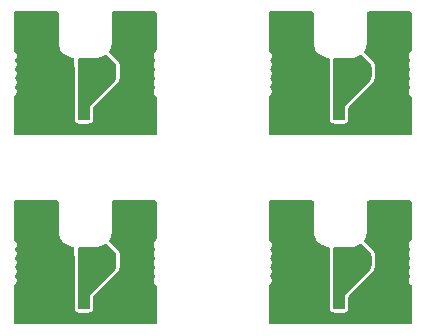
<source format=gbl>
G04 #@! TF.GenerationSoftware,KiCad,Pcbnew,(7.0.0-0)*
G04 #@! TF.CreationDate,2025-09-03T19:42:49+12:00*
G04 #@! TF.ProjectId,polar_light_panelized_X4,706f6c61-725f-46c6-9967-68745f70616e,rev?*
G04 #@! TF.SameCoordinates,Original*
G04 #@! TF.FileFunction,Copper,L2,Bot*
G04 #@! TF.FilePolarity,Positive*
%FSLAX46Y46*%
G04 Gerber Fmt 4.6, Leading zero omitted, Abs format (unit mm)*
G04 Created by KiCad (PCBNEW (7.0.0-0)) date 2025-09-03 19:42:49*
%MOMM*%
%LPD*%
G01*
G04 APERTURE LIST*
G04 #@! TA.AperFunction,ViaPad*
%ADD10C,0.600000*%
G04 #@! TD*
G04 APERTURE END LIST*
D10*
X138800000Y-105400000D03*
X138800000Y-88600000D03*
X141050000Y-86200000D03*
X138800000Y-104600000D03*
X160400000Y-104600000D03*
X162650000Y-102200000D03*
X141050000Y-85400000D03*
X162650000Y-86200000D03*
X162650000Y-101400000D03*
X160400000Y-88600000D03*
X162650000Y-85400000D03*
X141050000Y-101400000D03*
X138800000Y-89400000D03*
X141050000Y-102200000D03*
X160400000Y-105400000D03*
X160400000Y-89400000D03*
X165150000Y-105850000D03*
X155850000Y-90650000D03*
X143550000Y-105850000D03*
X134250000Y-105850000D03*
X143550000Y-106650000D03*
X134250000Y-90650000D03*
X165150000Y-106650000D03*
X155850000Y-89850000D03*
X143550000Y-89850000D03*
X155850000Y-106650000D03*
X165150000Y-90650000D03*
X134250000Y-106650000D03*
X165150000Y-89850000D03*
X143550000Y-90650000D03*
X155850000Y-105850000D03*
X134250000Y-89850000D03*
G04 #@! TA.AperFunction,Conductor*
G36*
X136560642Y-80711462D02*
G01*
X136607359Y-80742678D01*
X136638575Y-80789395D01*
X136649536Y-80844501D01*
X136649536Y-83374675D01*
X136649574Y-83374870D01*
X136649595Y-83375300D01*
X136649590Y-83442734D01*
X136649590Y-83448393D01*
X136650473Y-83453973D01*
X136650474Y-83453981D01*
X136657164Y-83496241D01*
X136680365Y-83642807D01*
X136741177Y-83830012D01*
X136743743Y-83835049D01*
X136743744Y-83835051D01*
X136814099Y-83973150D01*
X136830528Y-84005397D01*
X136946217Y-84164645D01*
X137085395Y-84303832D01*
X137244635Y-84419531D01*
X137420015Y-84508893D01*
X137607216Y-84569716D01*
X137801628Y-84600503D01*
X137850836Y-84600502D01*
X137855997Y-84600502D01*
X137911105Y-84611463D01*
X137957822Y-84642678D01*
X137989038Y-84689395D01*
X138000000Y-84744502D01*
X138000000Y-85400000D01*
X138002272Y-85400000D01*
X138004500Y-85422624D01*
X138004500Y-89756000D01*
X138004845Y-89759510D01*
X138004846Y-89759515D01*
X138009832Y-89810144D01*
X138009834Y-89810161D01*
X138010178Y-89813648D01*
X138010865Y-89817103D01*
X138010866Y-89817108D01*
X138020448Y-89865284D01*
X138020451Y-89865299D01*
X138021139Y-89868754D01*
X138037955Y-89924190D01*
X138065263Y-89975280D01*
X138067218Y-89978206D01*
X138067220Y-89978209D01*
X138094516Y-90019060D01*
X138094521Y-90019067D01*
X138096479Y-90021997D01*
X138133227Y-90066773D01*
X138178003Y-90103521D01*
X138224720Y-90134737D01*
X138275810Y-90162045D01*
X138331246Y-90178861D01*
X138386352Y-90189822D01*
X138444000Y-90195500D01*
X139152463Y-90195500D01*
X139156000Y-90195500D01*
X139213648Y-90189822D01*
X139268754Y-90178861D01*
X139324190Y-90162045D01*
X139375280Y-90134737D01*
X139421997Y-90103521D01*
X139466773Y-90066773D01*
X139503521Y-90021997D01*
X139534737Y-89975280D01*
X139562045Y-89924190D01*
X139578861Y-89868754D01*
X139589822Y-89813648D01*
X139595500Y-89756000D01*
X139595500Y-88885912D01*
X139596730Y-88867128D01*
X139602457Y-88823624D01*
X139612183Y-88787326D01*
X139617852Y-88773639D01*
X139636642Y-88741096D01*
X139663356Y-88706281D01*
X139675762Y-88692136D01*
X141605824Y-86762075D01*
X141619042Y-86747963D01*
X141631461Y-86733802D01*
X141643728Y-86718854D01*
X141705906Y-86637823D01*
X141727379Y-86605688D01*
X141746176Y-86573132D01*
X141763275Y-86538459D01*
X141798715Y-86452898D01*
X141811139Y-86416297D01*
X141820868Y-86379988D01*
X141828409Y-86342079D01*
X141841740Y-86240824D01*
X141843635Y-86221578D01*
X141844867Y-86202781D01*
X141845500Y-86183455D01*
X141845500Y-85416545D01*
X141844867Y-85397218D01*
X141843635Y-85378422D01*
X141841740Y-85359177D01*
X141828409Y-85257921D01*
X141820869Y-85220014D01*
X141811140Y-85183704D01*
X141798715Y-85147101D01*
X141763275Y-85061540D01*
X141759325Y-85053531D01*
X141747228Y-85029000D01*
X141747226Y-85028997D01*
X141746176Y-85026867D01*
X141727379Y-84994311D01*
X141705906Y-84962176D01*
X141643728Y-84881145D01*
X141631461Y-84866197D01*
X141619042Y-84852036D01*
X141605824Y-84837924D01*
X140975330Y-84207430D01*
X140976291Y-84206468D01*
X140940580Y-84154128D01*
X140933046Y-84084560D01*
X140959192Y-84019657D01*
X140969554Y-84005396D01*
X141058917Y-83830020D01*
X141119743Y-83642824D01*
X141150536Y-83448417D01*
X141150536Y-83350001D01*
X141150536Y-83305831D01*
X141150536Y-80844501D01*
X141161497Y-80789395D01*
X141192713Y-80742678D01*
X141239430Y-80711462D01*
X141294536Y-80700501D01*
X144805536Y-80700501D01*
X144877536Y-80719793D01*
X144930244Y-80772501D01*
X144949536Y-80844501D01*
X144949538Y-83939038D01*
X144936525Y-83998857D01*
X144899839Y-84047865D01*
X144825677Y-84112127D01*
X144825672Y-84112131D01*
X144817893Y-84118873D01*
X144812327Y-84127533D01*
X144812325Y-84127536D01*
X144745651Y-84231283D01*
X144745649Y-84231286D01*
X144740083Y-84239948D01*
X144737181Y-84249830D01*
X144737181Y-84249831D01*
X144702437Y-84368158D01*
X144702436Y-84368161D01*
X144699536Y-84378040D01*
X144699536Y-84521962D01*
X144740083Y-84660054D01*
X144745650Y-84668717D01*
X144745651Y-84668718D01*
X144796056Y-84747150D01*
X144816313Y-84797750D01*
X144816313Y-84852254D01*
X144796056Y-84902853D01*
X144745654Y-84981280D01*
X144745650Y-84981288D01*
X144740085Y-84989948D01*
X144737183Y-84999830D01*
X144737183Y-84999831D01*
X144702439Y-85118158D01*
X144702438Y-85118161D01*
X144699538Y-85128040D01*
X144699538Y-85271962D01*
X144740085Y-85410054D01*
X144745652Y-85418717D01*
X144745653Y-85418718D01*
X144796051Y-85497140D01*
X144816308Y-85547740D01*
X144816308Y-85602244D01*
X144796051Y-85652844D01*
X144745653Y-85731265D01*
X144745651Y-85731268D01*
X144740085Y-85739930D01*
X144737183Y-85749812D01*
X144737183Y-85749813D01*
X144702439Y-85868140D01*
X144702438Y-85868143D01*
X144699538Y-85878022D01*
X144699538Y-86021944D01*
X144740085Y-86160036D01*
X144745652Y-86168699D01*
X144745653Y-86168700D01*
X144796063Y-86247140D01*
X144816320Y-86297740D01*
X144816320Y-86352244D01*
X144796063Y-86402844D01*
X144745653Y-86481283D01*
X144745651Y-86481286D01*
X144740085Y-86489948D01*
X144737183Y-86499830D01*
X144737183Y-86499831D01*
X144702439Y-86618158D01*
X144702438Y-86618161D01*
X144699538Y-86628040D01*
X144699538Y-86771962D01*
X144740085Y-86910054D01*
X144745652Y-86918717D01*
X144745653Y-86918718D01*
X144796057Y-86997149D01*
X144816314Y-87047749D01*
X144816314Y-87102253D01*
X144796057Y-87152853D01*
X144745653Y-87231283D01*
X144745651Y-87231286D01*
X144740085Y-87239948D01*
X144737183Y-87249830D01*
X144737183Y-87249831D01*
X144702439Y-87368158D01*
X144702438Y-87368161D01*
X144699538Y-87378040D01*
X144699538Y-87521962D01*
X144740085Y-87660054D01*
X144817895Y-87781129D01*
X144825677Y-87787872D01*
X144825678Y-87787873D01*
X144899837Y-87852132D01*
X144936524Y-87901140D01*
X144949537Y-87960960D01*
X144949536Y-91055501D01*
X144930244Y-91127501D01*
X144877536Y-91180209D01*
X144805536Y-91199501D01*
X132994536Y-91199501D01*
X132922536Y-91180209D01*
X132869828Y-91127501D01*
X132850536Y-91055501D01*
X132850533Y-87960963D01*
X132863546Y-87901143D01*
X132900234Y-87852135D01*
X132967094Y-87794200D01*
X132982179Y-87781129D01*
X133059989Y-87660054D01*
X133100536Y-87521962D01*
X133100536Y-87378040D01*
X133059989Y-87239948D01*
X133054420Y-87231282D01*
X133054418Y-87231278D01*
X133004016Y-87152851D01*
X132983758Y-87102251D01*
X132983758Y-87047746D01*
X133004016Y-86997146D01*
X133054418Y-86918719D01*
X133059987Y-86910054D01*
X133100534Y-86771962D01*
X133100534Y-86628040D01*
X133059987Y-86489948D01*
X133036176Y-86452898D01*
X133004021Y-86402863D01*
X132983763Y-86352262D01*
X132983763Y-86297758D01*
X133004021Y-86247157D01*
X133019697Y-86222765D01*
X133059987Y-86160072D01*
X133100534Y-86021980D01*
X133100534Y-85878058D01*
X133059987Y-85739966D01*
X133054418Y-85731300D01*
X133054416Y-85731296D01*
X133004009Y-85652861D01*
X132983751Y-85602261D01*
X132983751Y-85547756D01*
X133004006Y-85497162D01*
X133059987Y-85410054D01*
X133100534Y-85271962D01*
X133100534Y-85128040D01*
X133059987Y-84989948D01*
X133054416Y-84981280D01*
X133004015Y-84902854D01*
X132983757Y-84852253D01*
X132983757Y-84797749D01*
X133004015Y-84747148D01*
X133059987Y-84660054D01*
X133100534Y-84521962D01*
X133100534Y-84378040D01*
X133059987Y-84239948D01*
X132982177Y-84118873D01*
X132967092Y-84105802D01*
X132900234Y-84047869D01*
X132863547Y-83998861D01*
X132850534Y-83939041D01*
X132850536Y-80844501D01*
X132869828Y-80772501D01*
X132922536Y-80719793D01*
X132994536Y-80700501D01*
X136505536Y-80700501D01*
X136560642Y-80711462D01*
G37*
G04 #@! TD.AperFunction*
G04 #@! TA.AperFunction,Conductor*
G36*
X162309085Y-84381281D02*
G01*
X162366411Y-84416411D01*
X162996874Y-85046874D01*
X163009293Y-85061035D01*
X163071471Y-85142066D01*
X163090268Y-85174622D01*
X163125708Y-85260183D01*
X163135437Y-85296493D01*
X163148768Y-85397749D01*
X163150000Y-85416545D01*
X163150000Y-86183455D01*
X163148768Y-86202252D01*
X163135437Y-86303507D01*
X163125708Y-86339816D01*
X163090268Y-86425377D01*
X163071471Y-86457933D01*
X163009293Y-86538964D01*
X162996874Y-86553125D01*
X161049788Y-88500211D01*
X161049780Y-88500219D01*
X161046447Y-88503553D01*
X161043581Y-88507286D01*
X161043573Y-88507297D01*
X160972730Y-88599621D01*
X160972726Y-88599627D01*
X160966987Y-88607107D01*
X160963377Y-88615822D01*
X160963376Y-88615824D01*
X160920649Y-88718975D01*
X160920647Y-88718980D01*
X160917037Y-88727697D01*
X160915805Y-88737051D01*
X160915804Y-88737057D01*
X160900616Y-88852427D01*
X160900000Y-88857107D01*
X160900000Y-88861826D01*
X160900000Y-89756000D01*
X160889039Y-89811106D01*
X160857823Y-89857823D01*
X160811106Y-89889039D01*
X160756000Y-89900000D01*
X160044000Y-89900000D01*
X159988894Y-89889039D01*
X159942177Y-89857823D01*
X159910961Y-89811106D01*
X159900000Y-89756000D01*
X159900000Y-84859476D01*
X159901232Y-84840681D01*
X159914562Y-84739426D01*
X159924292Y-84703112D01*
X159929960Y-84689429D01*
X159961176Y-84642713D01*
X160007892Y-84611499D01*
X160062998Y-84600538D01*
X161455871Y-84600538D01*
X161455874Y-84600539D01*
X161500044Y-84600538D01*
X161524709Y-84600538D01*
X161524726Y-84600534D01*
X161524728Y-84600533D01*
X161598458Y-84600532D01*
X161792864Y-84569736D01*
X161980058Y-84508908D01*
X162155433Y-84419547D01*
X162179947Y-84401736D01*
X162242058Y-84376007D01*
X162309085Y-84381281D01*
G37*
G04 #@! TD.AperFunction*
G04 #@! TA.AperFunction,Conductor*
G36*
X136560642Y-96711462D02*
G01*
X136607359Y-96742678D01*
X136638575Y-96789395D01*
X136649536Y-96844501D01*
X136649536Y-99374675D01*
X136649574Y-99374870D01*
X136649595Y-99375300D01*
X136649590Y-99442734D01*
X136649590Y-99448393D01*
X136650473Y-99453973D01*
X136650474Y-99453981D01*
X136657164Y-99496241D01*
X136680365Y-99642807D01*
X136741177Y-99830012D01*
X136743743Y-99835049D01*
X136743744Y-99835051D01*
X136814099Y-99973150D01*
X136830528Y-100005397D01*
X136946217Y-100164645D01*
X137085395Y-100303832D01*
X137244635Y-100419531D01*
X137420015Y-100508893D01*
X137607216Y-100569716D01*
X137801628Y-100600503D01*
X137850836Y-100600502D01*
X137855997Y-100600502D01*
X137911105Y-100611463D01*
X137957822Y-100642678D01*
X137989038Y-100689395D01*
X138000000Y-100744502D01*
X138000000Y-101400000D01*
X138002272Y-101400000D01*
X138004500Y-101422624D01*
X138004500Y-105756000D01*
X138004845Y-105759510D01*
X138004846Y-105759515D01*
X138009832Y-105810144D01*
X138009834Y-105810161D01*
X138010178Y-105813648D01*
X138010865Y-105817103D01*
X138010866Y-105817108D01*
X138020448Y-105865284D01*
X138020451Y-105865299D01*
X138021139Y-105868754D01*
X138037955Y-105924190D01*
X138065263Y-105975280D01*
X138067218Y-105978206D01*
X138067220Y-105978209D01*
X138094516Y-106019060D01*
X138094521Y-106019067D01*
X138096479Y-106021997D01*
X138133227Y-106066773D01*
X138178003Y-106103521D01*
X138224720Y-106134737D01*
X138275810Y-106162045D01*
X138331246Y-106178861D01*
X138386352Y-106189822D01*
X138444000Y-106195500D01*
X139152463Y-106195500D01*
X139156000Y-106195500D01*
X139213648Y-106189822D01*
X139268754Y-106178861D01*
X139324190Y-106162045D01*
X139375280Y-106134737D01*
X139421997Y-106103521D01*
X139466773Y-106066773D01*
X139503521Y-106021997D01*
X139534737Y-105975280D01*
X139562045Y-105924190D01*
X139578861Y-105868754D01*
X139589822Y-105813648D01*
X139595500Y-105756000D01*
X139595500Y-104885912D01*
X139596730Y-104867128D01*
X139602457Y-104823624D01*
X139612183Y-104787326D01*
X139617852Y-104773639D01*
X139636642Y-104741096D01*
X139663356Y-104706281D01*
X139675762Y-104692136D01*
X141605824Y-102762075D01*
X141619042Y-102747963D01*
X141631461Y-102733802D01*
X141643728Y-102718854D01*
X141705906Y-102637823D01*
X141727379Y-102605688D01*
X141746176Y-102573132D01*
X141763275Y-102538459D01*
X141798715Y-102452898D01*
X141811139Y-102416297D01*
X141820868Y-102379988D01*
X141828409Y-102342079D01*
X141841740Y-102240824D01*
X141843635Y-102221578D01*
X141844867Y-102202781D01*
X141845500Y-102183455D01*
X141845500Y-101416545D01*
X141844867Y-101397218D01*
X141843635Y-101378422D01*
X141841740Y-101359177D01*
X141828409Y-101257921D01*
X141820869Y-101220014D01*
X141811140Y-101183704D01*
X141798715Y-101147101D01*
X141763275Y-101061540D01*
X141759325Y-101053531D01*
X141747228Y-101029000D01*
X141747226Y-101028997D01*
X141746176Y-101026867D01*
X141727379Y-100994311D01*
X141705906Y-100962176D01*
X141643728Y-100881145D01*
X141631461Y-100866197D01*
X141619042Y-100852036D01*
X141605824Y-100837924D01*
X140975330Y-100207430D01*
X140976291Y-100206468D01*
X140940580Y-100154128D01*
X140933046Y-100084560D01*
X140959192Y-100019657D01*
X140969554Y-100005396D01*
X141058917Y-99830020D01*
X141119743Y-99642824D01*
X141150536Y-99448417D01*
X141150536Y-99350001D01*
X141150536Y-99305831D01*
X141150536Y-96844501D01*
X141161497Y-96789395D01*
X141192713Y-96742678D01*
X141239430Y-96711462D01*
X141294536Y-96700501D01*
X144805536Y-96700501D01*
X144877536Y-96719793D01*
X144930244Y-96772501D01*
X144949536Y-96844501D01*
X144949538Y-99939038D01*
X144936525Y-99998857D01*
X144899839Y-100047865D01*
X144825677Y-100112127D01*
X144825672Y-100112131D01*
X144817893Y-100118873D01*
X144812327Y-100127533D01*
X144812325Y-100127536D01*
X144745651Y-100231283D01*
X144745649Y-100231286D01*
X144740083Y-100239948D01*
X144737181Y-100249830D01*
X144737181Y-100249831D01*
X144702437Y-100368158D01*
X144702436Y-100368161D01*
X144699536Y-100378040D01*
X144699536Y-100521962D01*
X144740083Y-100660054D01*
X144745650Y-100668717D01*
X144745651Y-100668718D01*
X144796056Y-100747150D01*
X144816313Y-100797750D01*
X144816313Y-100852254D01*
X144796056Y-100902853D01*
X144745654Y-100981280D01*
X144745650Y-100981288D01*
X144740085Y-100989948D01*
X144737183Y-100999830D01*
X144737183Y-100999831D01*
X144702439Y-101118158D01*
X144702438Y-101118161D01*
X144699538Y-101128040D01*
X144699538Y-101271962D01*
X144740085Y-101410054D01*
X144745652Y-101418717D01*
X144745653Y-101418718D01*
X144796051Y-101497140D01*
X144816308Y-101547740D01*
X144816308Y-101602244D01*
X144796051Y-101652844D01*
X144745653Y-101731265D01*
X144745651Y-101731268D01*
X144740085Y-101739930D01*
X144737183Y-101749812D01*
X144737183Y-101749813D01*
X144702439Y-101868140D01*
X144702438Y-101868143D01*
X144699538Y-101878022D01*
X144699538Y-102021944D01*
X144740085Y-102160036D01*
X144745652Y-102168699D01*
X144745653Y-102168700D01*
X144796063Y-102247140D01*
X144816320Y-102297740D01*
X144816320Y-102352244D01*
X144796063Y-102402844D01*
X144745653Y-102481283D01*
X144745651Y-102481286D01*
X144740085Y-102489948D01*
X144737183Y-102499830D01*
X144737183Y-102499831D01*
X144702439Y-102618158D01*
X144702438Y-102618161D01*
X144699538Y-102628040D01*
X144699538Y-102771962D01*
X144740085Y-102910054D01*
X144745652Y-102918716D01*
X144745655Y-102918723D01*
X144796056Y-102997148D01*
X144816314Y-103047747D01*
X144816314Y-103102251D01*
X144796057Y-103152851D01*
X144745654Y-103231279D01*
X144745648Y-103231290D01*
X144740085Y-103239948D01*
X144737183Y-103249830D01*
X144737183Y-103249831D01*
X144702439Y-103368158D01*
X144702438Y-103368161D01*
X144699538Y-103378040D01*
X144699538Y-103521962D01*
X144740085Y-103660054D01*
X144817895Y-103781129D01*
X144825677Y-103787872D01*
X144825678Y-103787873D01*
X144899837Y-103852132D01*
X144936524Y-103901140D01*
X144949537Y-103960960D01*
X144949536Y-107055501D01*
X144930244Y-107127501D01*
X144877536Y-107180209D01*
X144805536Y-107199501D01*
X132994536Y-107199501D01*
X132922536Y-107180209D01*
X132869828Y-107127501D01*
X132850536Y-107055501D01*
X132850533Y-103960963D01*
X132863546Y-103901143D01*
X132900234Y-103852135D01*
X132967094Y-103794200D01*
X132982179Y-103781129D01*
X133059989Y-103660054D01*
X133100536Y-103521962D01*
X133100536Y-103378040D01*
X133059989Y-103239948D01*
X133054418Y-103231279D01*
X133054418Y-103231278D01*
X133004016Y-103152851D01*
X132983758Y-103102251D01*
X132983758Y-103047746D01*
X133004016Y-102997146D01*
X133054416Y-102918723D01*
X133059987Y-102910054D01*
X133100534Y-102771962D01*
X133100534Y-102628040D01*
X133059987Y-102489948D01*
X133036176Y-102452898D01*
X133004021Y-102402863D01*
X132983763Y-102352262D01*
X132983763Y-102297758D01*
X133004021Y-102247157D01*
X133019697Y-102222765D01*
X133059987Y-102160072D01*
X133100534Y-102021980D01*
X133100534Y-101878058D01*
X133059987Y-101739966D01*
X133054395Y-101731265D01*
X133004009Y-101652863D01*
X132983751Y-101602262D01*
X132983751Y-101547758D01*
X133004009Y-101497157D01*
X133051909Y-101422624D01*
X133059987Y-101410054D01*
X133100534Y-101271962D01*
X133100534Y-101128040D01*
X133059987Y-100989948D01*
X133004014Y-100902852D01*
X132983757Y-100852252D01*
X132983757Y-100797747D01*
X133004013Y-100747150D01*
X133059987Y-100660054D01*
X133100534Y-100521962D01*
X133100534Y-100378040D01*
X133059987Y-100239948D01*
X132982177Y-100118873D01*
X132967092Y-100105802D01*
X132900234Y-100047869D01*
X132863547Y-99998861D01*
X132850534Y-99939041D01*
X132850536Y-96844501D01*
X132869828Y-96772501D01*
X132922536Y-96719793D01*
X132994536Y-96700501D01*
X136505536Y-96700501D01*
X136560642Y-96711462D01*
G37*
G04 #@! TD.AperFunction*
G04 #@! TA.AperFunction,Conductor*
G36*
X140709055Y-84381251D02*
G01*
X140766380Y-84416380D01*
X141396874Y-85046874D01*
X141409293Y-85061035D01*
X141471471Y-85142066D01*
X141490268Y-85174622D01*
X141525708Y-85260183D01*
X141535437Y-85296493D01*
X141548768Y-85397749D01*
X141550000Y-85416545D01*
X141550000Y-86183455D01*
X141548768Y-86202252D01*
X141535437Y-86303507D01*
X141525708Y-86339816D01*
X141490268Y-86425377D01*
X141471471Y-86457933D01*
X141409293Y-86538964D01*
X141396874Y-86553125D01*
X139449788Y-88500211D01*
X139449780Y-88500219D01*
X139446447Y-88503553D01*
X139443581Y-88507286D01*
X139443573Y-88507297D01*
X139372730Y-88599621D01*
X139372726Y-88599627D01*
X139366987Y-88607107D01*
X139363377Y-88615822D01*
X139363376Y-88615824D01*
X139320649Y-88718975D01*
X139320647Y-88718980D01*
X139317037Y-88727697D01*
X139315805Y-88737051D01*
X139315804Y-88737057D01*
X139300616Y-88852427D01*
X139300000Y-88857107D01*
X139300000Y-88861826D01*
X139300000Y-89756000D01*
X139289039Y-89811106D01*
X139257823Y-89857823D01*
X139211106Y-89889039D01*
X139156000Y-89900000D01*
X138444000Y-89900000D01*
X138388894Y-89889039D01*
X138342177Y-89857823D01*
X138310961Y-89811106D01*
X138300000Y-89756000D01*
X138300000Y-84859439D01*
X138301232Y-84840644D01*
X138314562Y-84739389D01*
X138324292Y-84703075D01*
X138329960Y-84689392D01*
X138361176Y-84642676D01*
X138407892Y-84611462D01*
X138462998Y-84600501D01*
X139924072Y-84600501D01*
X139924710Y-84600501D01*
X139924919Y-84600459D01*
X139925363Y-84600437D01*
X139998435Y-84600442D01*
X140192845Y-84569662D01*
X140380045Y-84508848D01*
X140555427Y-84419497D01*
X140579919Y-84401703D01*
X140642029Y-84375976D01*
X140709055Y-84381251D01*
G37*
G04 #@! TD.AperFunction*
G04 #@! TA.AperFunction,Conductor*
G36*
X158160606Y-96711461D02*
G01*
X158207323Y-96742677D01*
X158238539Y-96789394D01*
X158249500Y-96844500D01*
X158249500Y-99305830D01*
X158249500Y-99350000D01*
X158249500Y-99448417D01*
X158250384Y-99454003D01*
X158250385Y-99454006D01*
X158279404Y-99637230D01*
X158279406Y-99637238D01*
X158280291Y-99642826D01*
X158282040Y-99648211D01*
X158282041Y-99648212D01*
X158339367Y-99824644D01*
X158339369Y-99824650D01*
X158341116Y-99830025D01*
X158343684Y-99835066D01*
X158343685Y-99835067D01*
X158427902Y-100000355D01*
X158427907Y-100000363D01*
X158430476Y-100005405D01*
X158433805Y-100009988D01*
X158433807Y-100009990D01*
X158512915Y-100118872D01*
X158546172Y-100164646D01*
X158685354Y-100303828D01*
X158844595Y-100419524D01*
X158849639Y-100422094D01*
X158849644Y-100422097D01*
X158912274Y-100454008D01*
X159019975Y-100508884D01*
X159207174Y-100569709D01*
X159401583Y-100600500D01*
X159456000Y-100600500D01*
X159511106Y-100611461D01*
X159557823Y-100642677D01*
X159589039Y-100689394D01*
X159600000Y-100744500D01*
X159600000Y-101400000D01*
X159602272Y-101400000D01*
X159604500Y-101422624D01*
X159604500Y-105756000D01*
X159604845Y-105759510D01*
X159604846Y-105759515D01*
X159609832Y-105810144D01*
X159609834Y-105810161D01*
X159610178Y-105813648D01*
X159610865Y-105817103D01*
X159610866Y-105817108D01*
X159620448Y-105865284D01*
X159620451Y-105865299D01*
X159621139Y-105868754D01*
X159637955Y-105924190D01*
X159665263Y-105975280D01*
X159667218Y-105978206D01*
X159667220Y-105978209D01*
X159694516Y-106019060D01*
X159694521Y-106019067D01*
X159696479Y-106021997D01*
X159733227Y-106066773D01*
X159778003Y-106103521D01*
X159824720Y-106134737D01*
X159875810Y-106162045D01*
X159931246Y-106178861D01*
X159986352Y-106189822D01*
X160044000Y-106195500D01*
X160752463Y-106195500D01*
X160756000Y-106195500D01*
X160813648Y-106189822D01*
X160868754Y-106178861D01*
X160924190Y-106162045D01*
X160975280Y-106134737D01*
X161021997Y-106103521D01*
X161066773Y-106066773D01*
X161103521Y-106021997D01*
X161134737Y-105975280D01*
X161162045Y-105924190D01*
X161178861Y-105868754D01*
X161189822Y-105813648D01*
X161195500Y-105756000D01*
X161195500Y-104885912D01*
X161196730Y-104867128D01*
X161202457Y-104823624D01*
X161212183Y-104787326D01*
X161217852Y-104773639D01*
X161236642Y-104741096D01*
X161263356Y-104706281D01*
X161275762Y-104692136D01*
X163205824Y-102762075D01*
X163219042Y-102747963D01*
X163231461Y-102733802D01*
X163243728Y-102718854D01*
X163305906Y-102637823D01*
X163327379Y-102605688D01*
X163346176Y-102573132D01*
X163363275Y-102538459D01*
X163398715Y-102452898D01*
X163411139Y-102416297D01*
X163420868Y-102379988D01*
X163428409Y-102342079D01*
X163441740Y-102240824D01*
X163443635Y-102221578D01*
X163444867Y-102202781D01*
X163445500Y-102183455D01*
X163445500Y-101416545D01*
X163444867Y-101397218D01*
X163443635Y-101378422D01*
X163441740Y-101359177D01*
X163428409Y-101257921D01*
X163420869Y-101220014D01*
X163411140Y-101183704D01*
X163398715Y-101147101D01*
X163395085Y-101138337D01*
X163364180Y-101063724D01*
X163364175Y-101063714D01*
X163363275Y-101061540D01*
X163346176Y-101026867D01*
X163327379Y-100994311D01*
X163305906Y-100962176D01*
X163243728Y-100881145D01*
X163231461Y-100866197D01*
X163219042Y-100852036D01*
X163205824Y-100837924D01*
X162575336Y-100207436D01*
X162575336Y-100207435D01*
X162576291Y-100206480D01*
X162540564Y-100154109D01*
X162533032Y-100084545D01*
X162559177Y-100019645D01*
X162569524Y-100005405D01*
X162658884Y-99830025D01*
X162719709Y-99642826D01*
X162750500Y-99448417D01*
X162750500Y-99350000D01*
X162750500Y-99305830D01*
X162750500Y-96844500D01*
X162761461Y-96789394D01*
X162792677Y-96742677D01*
X162839394Y-96711461D01*
X162894500Y-96700500D01*
X166405500Y-96700500D01*
X166477500Y-96719792D01*
X166530208Y-96772500D01*
X166549500Y-96844500D01*
X166549502Y-99939037D01*
X166536489Y-99998856D01*
X166499803Y-100047864D01*
X166425641Y-100112126D01*
X166425636Y-100112130D01*
X166417857Y-100118872D01*
X166412291Y-100127532D01*
X166412289Y-100127535D01*
X166345615Y-100231282D01*
X166345613Y-100231285D01*
X166340047Y-100239947D01*
X166337145Y-100249829D01*
X166337145Y-100249830D01*
X166302401Y-100368157D01*
X166302400Y-100368160D01*
X166299500Y-100378039D01*
X166299500Y-100521961D01*
X166340047Y-100660053D01*
X166345614Y-100668716D01*
X166345615Y-100668717D01*
X166396020Y-100747149D01*
X166416277Y-100797749D01*
X166416277Y-100852253D01*
X166396020Y-100902852D01*
X166345618Y-100981279D01*
X166345614Y-100981287D01*
X166340049Y-100989947D01*
X166337147Y-100999829D01*
X166337147Y-100999830D01*
X166302403Y-101118157D01*
X166302402Y-101118160D01*
X166299502Y-101128039D01*
X166299502Y-101271961D01*
X166340049Y-101410053D01*
X166345616Y-101418716D01*
X166345617Y-101418717D01*
X166396015Y-101497139D01*
X166416272Y-101547739D01*
X166416272Y-101602243D01*
X166396015Y-101652843D01*
X166345617Y-101731264D01*
X166345615Y-101731267D01*
X166340049Y-101739929D01*
X166337147Y-101749811D01*
X166337147Y-101749812D01*
X166302403Y-101868139D01*
X166302402Y-101868142D01*
X166299502Y-101878021D01*
X166299502Y-102021943D01*
X166340049Y-102160035D01*
X166345616Y-102168698D01*
X166345617Y-102168699D01*
X166396027Y-102247139D01*
X166416284Y-102297739D01*
X166416284Y-102352243D01*
X166396027Y-102402843D01*
X166345617Y-102481282D01*
X166345615Y-102481285D01*
X166340049Y-102489947D01*
X166337147Y-102499829D01*
X166337147Y-102499830D01*
X166302403Y-102618157D01*
X166302402Y-102618160D01*
X166299502Y-102628039D01*
X166299502Y-102771961D01*
X166340049Y-102910053D01*
X166345616Y-102918716D01*
X166345617Y-102918717D01*
X166396021Y-102997148D01*
X166416278Y-103047748D01*
X166416278Y-103102252D01*
X166396021Y-103152852D01*
X166345617Y-103231282D01*
X166345615Y-103231285D01*
X166340049Y-103239947D01*
X166337147Y-103249829D01*
X166337147Y-103249830D01*
X166302403Y-103368157D01*
X166302402Y-103368160D01*
X166299502Y-103378039D01*
X166299502Y-103521961D01*
X166340049Y-103660053D01*
X166417859Y-103781128D01*
X166425641Y-103787871D01*
X166425642Y-103787872D01*
X166499801Y-103852131D01*
X166536488Y-103901139D01*
X166549501Y-103960959D01*
X166549500Y-107055500D01*
X166530208Y-107127500D01*
X166477500Y-107180208D01*
X166405500Y-107199500D01*
X154594500Y-107199500D01*
X154522500Y-107180208D01*
X154469792Y-107127500D01*
X154450500Y-107055500D01*
X154450497Y-103960962D01*
X154463510Y-103901142D01*
X154500198Y-103852134D01*
X154567058Y-103794199D01*
X154582143Y-103781128D01*
X154659953Y-103660053D01*
X154700500Y-103521961D01*
X154700500Y-103378039D01*
X154659953Y-103239947D01*
X154654384Y-103231281D01*
X154654382Y-103231277D01*
X154603980Y-103152850D01*
X154583722Y-103102250D01*
X154583722Y-103047745D01*
X154603980Y-102997145D01*
X154654382Y-102918718D01*
X154659951Y-102910053D01*
X154700498Y-102771961D01*
X154700498Y-102628039D01*
X154659951Y-102489947D01*
X154603985Y-102402862D01*
X154583727Y-102352261D01*
X154583727Y-102297757D01*
X154603985Y-102247156D01*
X154621182Y-102220397D01*
X154659951Y-102160071D01*
X154700498Y-102021979D01*
X154700498Y-101878057D01*
X154659951Y-101739965D01*
X154654359Y-101731264D01*
X154603973Y-101652862D01*
X154583715Y-101602261D01*
X154583715Y-101547757D01*
X154603973Y-101497156D01*
X154654382Y-101418718D01*
X154659951Y-101410053D01*
X154700498Y-101271961D01*
X154700498Y-101128039D01*
X154659951Y-100989947D01*
X154654380Y-100981279D01*
X154603979Y-100902853D01*
X154583721Y-100852252D01*
X154583721Y-100797748D01*
X154603979Y-100747147D01*
X154637250Y-100695376D01*
X154659951Y-100660053D01*
X154700498Y-100521961D01*
X154700498Y-100378039D01*
X154659951Y-100239947D01*
X154582141Y-100118872D01*
X154567056Y-100105801D01*
X154500198Y-100047868D01*
X154463511Y-99998860D01*
X154450498Y-99939040D01*
X154450500Y-96844500D01*
X154469792Y-96772500D01*
X154522500Y-96719792D01*
X154594500Y-96700500D01*
X158105500Y-96700500D01*
X158160606Y-96711461D01*
G37*
G04 #@! TD.AperFunction*
G04 #@! TA.AperFunction,Conductor*
G36*
X140709055Y-100381251D02*
G01*
X140766380Y-100416380D01*
X141396874Y-101046874D01*
X141409293Y-101061035D01*
X141471471Y-101142066D01*
X141490268Y-101174622D01*
X141525708Y-101260183D01*
X141535437Y-101296493D01*
X141548768Y-101397749D01*
X141550000Y-101416545D01*
X141550000Y-102183455D01*
X141548768Y-102202252D01*
X141535437Y-102303507D01*
X141525708Y-102339816D01*
X141490268Y-102425377D01*
X141471471Y-102457933D01*
X141409293Y-102538964D01*
X141396874Y-102553125D01*
X139449788Y-104500211D01*
X139449780Y-104500219D01*
X139446447Y-104503553D01*
X139443581Y-104507286D01*
X139443573Y-104507297D01*
X139372730Y-104599621D01*
X139372726Y-104599627D01*
X139366987Y-104607107D01*
X139363377Y-104615822D01*
X139363376Y-104615824D01*
X139320649Y-104718975D01*
X139320647Y-104718980D01*
X139317037Y-104727697D01*
X139315805Y-104737051D01*
X139315804Y-104737057D01*
X139300616Y-104852427D01*
X139300000Y-104857107D01*
X139300000Y-104861826D01*
X139300000Y-105756000D01*
X139289039Y-105811106D01*
X139257823Y-105857823D01*
X139211106Y-105889039D01*
X139156000Y-105900000D01*
X138444000Y-105900000D01*
X138388894Y-105889039D01*
X138342177Y-105857823D01*
X138310961Y-105811106D01*
X138300000Y-105756000D01*
X138300000Y-100859439D01*
X138301232Y-100840644D01*
X138314562Y-100739389D01*
X138324292Y-100703075D01*
X138329960Y-100689392D01*
X138361176Y-100642676D01*
X138407892Y-100611462D01*
X138462998Y-100600501D01*
X139924072Y-100600501D01*
X139924710Y-100600501D01*
X139924919Y-100600459D01*
X139925363Y-100600437D01*
X139998435Y-100600442D01*
X140192845Y-100569662D01*
X140380045Y-100508848D01*
X140555427Y-100419497D01*
X140579919Y-100401703D01*
X140642029Y-100375976D01*
X140709055Y-100381251D01*
G37*
G04 #@! TD.AperFunction*
G04 #@! TA.AperFunction,Conductor*
G36*
X162309060Y-100381256D02*
G01*
X162366386Y-100416386D01*
X162996874Y-101046874D01*
X163009293Y-101061035D01*
X163071471Y-101142066D01*
X163090268Y-101174622D01*
X163125708Y-101260183D01*
X163135437Y-101296493D01*
X163148768Y-101397749D01*
X163150000Y-101416545D01*
X163150000Y-102183455D01*
X163148768Y-102202252D01*
X163135437Y-102303507D01*
X163125708Y-102339816D01*
X163090268Y-102425377D01*
X163071471Y-102457933D01*
X163009293Y-102538964D01*
X162996874Y-102553125D01*
X161049788Y-104500211D01*
X161049780Y-104500219D01*
X161046447Y-104503553D01*
X161043581Y-104507286D01*
X161043573Y-104507297D01*
X160972730Y-104599621D01*
X160972726Y-104599627D01*
X160966987Y-104607107D01*
X160963377Y-104615822D01*
X160963376Y-104615824D01*
X160920649Y-104718975D01*
X160920647Y-104718980D01*
X160917037Y-104727697D01*
X160915805Y-104737051D01*
X160915804Y-104737057D01*
X160900616Y-104852427D01*
X160900000Y-104857107D01*
X160900000Y-104861826D01*
X160900000Y-105756000D01*
X160889039Y-105811106D01*
X160857823Y-105857823D01*
X160811106Y-105889039D01*
X160756000Y-105900000D01*
X160044000Y-105900000D01*
X159988894Y-105889039D01*
X159942177Y-105857823D01*
X159910961Y-105811106D01*
X159900000Y-105756000D01*
X159900000Y-100859438D01*
X159901232Y-100840643D01*
X159914562Y-100739388D01*
X159924292Y-100703074D01*
X159929960Y-100689391D01*
X159961176Y-100642675D01*
X160007892Y-100611461D01*
X160062998Y-100600500D01*
X161592759Y-100600500D01*
X161598417Y-100600500D01*
X161792826Y-100569709D01*
X161980025Y-100508884D01*
X162155405Y-100419524D01*
X162179920Y-100401712D01*
X162242034Y-100375982D01*
X162309060Y-100381256D01*
G37*
G04 #@! TD.AperFunction*
G04 #@! TA.AperFunction,Conductor*
G36*
X158160641Y-80711499D02*
G01*
X158207358Y-80742715D01*
X158238574Y-80789432D01*
X158249535Y-80844538D01*
X158249535Y-83349741D01*
X158249497Y-83350022D01*
X158249462Y-83350022D01*
X158249461Y-83350286D01*
X158249461Y-83350294D01*
X158249460Y-83374712D01*
X158249456Y-83448446D01*
X158250340Y-83454031D01*
X158250341Y-83454039D01*
X158257025Y-83496248D01*
X158280242Y-83642872D01*
X158281990Y-83648251D01*
X158281991Y-83648255D01*
X158338704Y-83822816D01*
X158341067Y-83830087D01*
X158343630Y-83835117D01*
X158343632Y-83835122D01*
X158401930Y-83949538D01*
X158430434Y-84005480D01*
X158433758Y-84010055D01*
X158433760Y-84010058D01*
X158461257Y-84047902D01*
X158546141Y-84164731D01*
X158550137Y-84168727D01*
X158550139Y-84168729D01*
X158681341Y-84299923D01*
X158681346Y-84299927D01*
X158685338Y-84303919D01*
X158844598Y-84419614D01*
X159019998Y-84508968D01*
X159207217Y-84569779D01*
X159401645Y-84600551D01*
X159435925Y-84600546D01*
X159455981Y-84600544D01*
X159511094Y-84611500D01*
X159557817Y-84642714D01*
X159589037Y-84689433D01*
X159600000Y-84744544D01*
X159600000Y-85400000D01*
X159602272Y-85400000D01*
X159604500Y-85422624D01*
X159604500Y-89756000D01*
X159604845Y-89759510D01*
X159604846Y-89759515D01*
X159609832Y-89810144D01*
X159609834Y-89810161D01*
X159610178Y-89813648D01*
X159610865Y-89817103D01*
X159610866Y-89817108D01*
X159620448Y-89865284D01*
X159620451Y-89865299D01*
X159621139Y-89868754D01*
X159637955Y-89924190D01*
X159665263Y-89975280D01*
X159667218Y-89978206D01*
X159667220Y-89978209D01*
X159694516Y-90019060D01*
X159694521Y-90019067D01*
X159696479Y-90021997D01*
X159733227Y-90066773D01*
X159778003Y-90103521D01*
X159824720Y-90134737D01*
X159875810Y-90162045D01*
X159931246Y-90178861D01*
X159986352Y-90189822D01*
X160044000Y-90195500D01*
X160752463Y-90195500D01*
X160756000Y-90195500D01*
X160813648Y-90189822D01*
X160868754Y-90178861D01*
X160924190Y-90162045D01*
X160975280Y-90134737D01*
X161021997Y-90103521D01*
X161066773Y-90066773D01*
X161103521Y-90021997D01*
X161134737Y-89975280D01*
X161162045Y-89924190D01*
X161178861Y-89868754D01*
X161189822Y-89813648D01*
X161195500Y-89756000D01*
X161195500Y-88885912D01*
X161196730Y-88867128D01*
X161202457Y-88823624D01*
X161212183Y-88787326D01*
X161217852Y-88773639D01*
X161236642Y-88741096D01*
X161263356Y-88706281D01*
X161275762Y-88692136D01*
X163205824Y-86762075D01*
X163219042Y-86747963D01*
X163231461Y-86733802D01*
X163243728Y-86718854D01*
X163305906Y-86637823D01*
X163327379Y-86605688D01*
X163346176Y-86573132D01*
X163363275Y-86538459D01*
X163398715Y-86452898D01*
X163411139Y-86416297D01*
X163420868Y-86379988D01*
X163428409Y-86342079D01*
X163441740Y-86240824D01*
X163443635Y-86221578D01*
X163444867Y-86202781D01*
X163445500Y-86183455D01*
X163445500Y-85416545D01*
X163444867Y-85397218D01*
X163443635Y-85378422D01*
X163441740Y-85359177D01*
X163428409Y-85257921D01*
X163420869Y-85220014D01*
X163411140Y-85183704D01*
X163398715Y-85147101D01*
X163375807Y-85091795D01*
X163364180Y-85063724D01*
X163364175Y-85063714D01*
X163363275Y-85061540D01*
X163359361Y-85053604D01*
X163347228Y-85029000D01*
X163347226Y-85028997D01*
X163346176Y-85026867D01*
X163342235Y-85020042D01*
X163328557Y-84996351D01*
X163328554Y-84996347D01*
X163327379Y-84994311D01*
X163305906Y-84962176D01*
X163273918Y-84920488D01*
X163244451Y-84882087D01*
X163244445Y-84882080D01*
X163243728Y-84881145D01*
X163231461Y-84866197D01*
X163219042Y-84852036D01*
X163205824Y-84837924D01*
X162575361Y-84207461D01*
X162576316Y-84206505D01*
X162540589Y-84154133D01*
X162533057Y-84084570D01*
X162559200Y-84019675D01*
X162569545Y-84005437D01*
X162658907Y-83830062D01*
X162719735Y-83642867D01*
X162750532Y-83448462D01*
X162750534Y-83374715D01*
X162751634Y-83374715D01*
X162751635Y-83374712D01*
X162750535Y-83374712D01*
X162750535Y-83349741D01*
X162750536Y-83305878D01*
X162750535Y-83305875D01*
X162750535Y-80844538D01*
X162761496Y-80789432D01*
X162792712Y-80742715D01*
X162839429Y-80711499D01*
X162894535Y-80700538D01*
X166405535Y-80700538D01*
X166477535Y-80719830D01*
X166530243Y-80772538D01*
X166549535Y-80844538D01*
X166549537Y-83939075D01*
X166536524Y-83998894D01*
X166499838Y-84047902D01*
X166425676Y-84112164D01*
X166425671Y-84112168D01*
X166417892Y-84118910D01*
X166412326Y-84127570D01*
X166412324Y-84127573D01*
X166345650Y-84231320D01*
X166345648Y-84231323D01*
X166340082Y-84239985D01*
X166337180Y-84249867D01*
X166337180Y-84249868D01*
X166302436Y-84368195D01*
X166302435Y-84368198D01*
X166299535Y-84378077D01*
X166299535Y-84521999D01*
X166302435Y-84531878D01*
X166302436Y-84531880D01*
X166322175Y-84599104D01*
X166340082Y-84660091D01*
X166345649Y-84668754D01*
X166345650Y-84668755D01*
X166396055Y-84747187D01*
X166416312Y-84797787D01*
X166416312Y-84852291D01*
X166396055Y-84902890D01*
X166345653Y-84981317D01*
X166345649Y-84981325D01*
X166340084Y-84989985D01*
X166337182Y-84999867D01*
X166337182Y-84999868D01*
X166302438Y-85118195D01*
X166302437Y-85118198D01*
X166299537Y-85128077D01*
X166299537Y-85271999D01*
X166340084Y-85410091D01*
X166345651Y-85418754D01*
X166345652Y-85418755D01*
X166396050Y-85497176D01*
X166416307Y-85547775D01*
X166416307Y-85602279D01*
X166396050Y-85652879D01*
X166345653Y-85731298D01*
X166345647Y-85731309D01*
X166340084Y-85739967D01*
X166337182Y-85749849D01*
X166337182Y-85749850D01*
X166302438Y-85868177D01*
X166302437Y-85868180D01*
X166299537Y-85878059D01*
X166299537Y-86021981D01*
X166340084Y-86160073D01*
X166345651Y-86168736D01*
X166345652Y-86168737D01*
X166396062Y-86247177D01*
X166416319Y-86297777D01*
X166416319Y-86352281D01*
X166396062Y-86402881D01*
X166345652Y-86481320D01*
X166345650Y-86481323D01*
X166340084Y-86489985D01*
X166337182Y-86499867D01*
X166337182Y-86499868D01*
X166302438Y-86618195D01*
X166302437Y-86618198D01*
X166299537Y-86628077D01*
X166299537Y-86771999D01*
X166340084Y-86910091D01*
X166345651Y-86918754D01*
X166345652Y-86918755D01*
X166396056Y-86997186D01*
X166416313Y-87047786D01*
X166416313Y-87102290D01*
X166396056Y-87152890D01*
X166345652Y-87231320D01*
X166345650Y-87231323D01*
X166340084Y-87239985D01*
X166337182Y-87249867D01*
X166337182Y-87249868D01*
X166302438Y-87368195D01*
X166302437Y-87368198D01*
X166299537Y-87378077D01*
X166299537Y-87521999D01*
X166340084Y-87660091D01*
X166417894Y-87781166D01*
X166425676Y-87787909D01*
X166425677Y-87787910D01*
X166499836Y-87852169D01*
X166536523Y-87901177D01*
X166549536Y-87960997D01*
X166549535Y-91055538D01*
X166530243Y-91127538D01*
X166477535Y-91180246D01*
X166405535Y-91199538D01*
X154594535Y-91199538D01*
X154522535Y-91180246D01*
X154469827Y-91127538D01*
X154450535Y-91055538D01*
X154450532Y-87961000D01*
X154463545Y-87901180D01*
X154500233Y-87852172D01*
X154567093Y-87794237D01*
X154582178Y-87781166D01*
X154659988Y-87660091D01*
X154700535Y-87521999D01*
X154700535Y-87378077D01*
X154659988Y-87239985D01*
X154654419Y-87231319D01*
X154654417Y-87231315D01*
X154604015Y-87152888D01*
X154583757Y-87102288D01*
X154583757Y-87047783D01*
X154604015Y-86997183D01*
X154654417Y-86918756D01*
X154659986Y-86910091D01*
X154700533Y-86771999D01*
X154700533Y-86628077D01*
X154659986Y-86489985D01*
X154604020Y-86402900D01*
X154583762Y-86352299D01*
X154583762Y-86297795D01*
X154604020Y-86247194D01*
X154608114Y-86240824D01*
X154659986Y-86160109D01*
X154700533Y-86022017D01*
X154700533Y-85878095D01*
X154659986Y-85740003D01*
X154654417Y-85731337D01*
X154654415Y-85731333D01*
X154604008Y-85652898D01*
X154583750Y-85602298D01*
X154583750Y-85547793D01*
X154604005Y-85497199D01*
X154659986Y-85410091D01*
X154700533Y-85271999D01*
X154700533Y-85128077D01*
X154659986Y-84989985D01*
X154654415Y-84981317D01*
X154604014Y-84902891D01*
X154583756Y-84852290D01*
X154583756Y-84797786D01*
X154604014Y-84747185D01*
X154654417Y-84668756D01*
X154659986Y-84660091D01*
X154700533Y-84521999D01*
X154700533Y-84378077D01*
X154659986Y-84239985D01*
X154582176Y-84118910D01*
X154567091Y-84105839D01*
X154500233Y-84047906D01*
X154463546Y-83998898D01*
X154450533Y-83939078D01*
X154450535Y-80844538D01*
X154469827Y-80772538D01*
X154522535Y-80719830D01*
X154594535Y-80700538D01*
X158105535Y-80700538D01*
X158160641Y-80711499D01*
G37*
G04 #@! TD.AperFunction*
M02*

</source>
